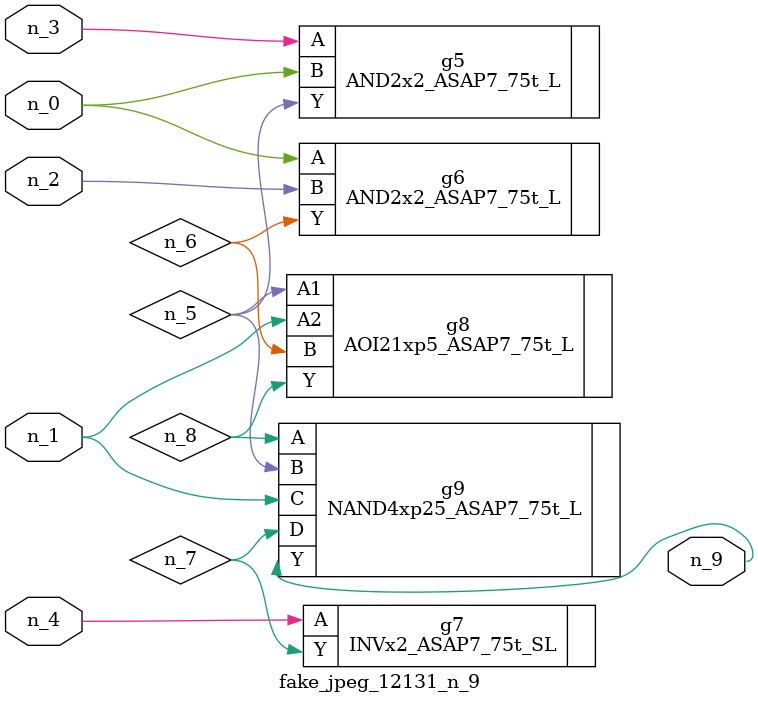
<source format=v>
module fake_jpeg_12131_n_9 (n_3, n_2, n_1, n_0, n_4, n_9);

input n_3;
input n_2;
input n_1;
input n_0;
input n_4;

output n_9;

wire n_8;
wire n_6;
wire n_5;
wire n_7;

AND2x2_ASAP7_75t_L g5 ( 
.A(n_3),
.B(n_0),
.Y(n_5)
);

AND2x2_ASAP7_75t_L g6 ( 
.A(n_0),
.B(n_2),
.Y(n_6)
);

INVx2_ASAP7_75t_SL g7 ( 
.A(n_4),
.Y(n_7)
);

AOI21xp5_ASAP7_75t_L g8 ( 
.A1(n_5),
.A2(n_1),
.B(n_6),
.Y(n_8)
);

NAND4xp25_ASAP7_75t_L g9 ( 
.A(n_8),
.B(n_5),
.C(n_1),
.D(n_7),
.Y(n_9)
);


endmodule
</source>
